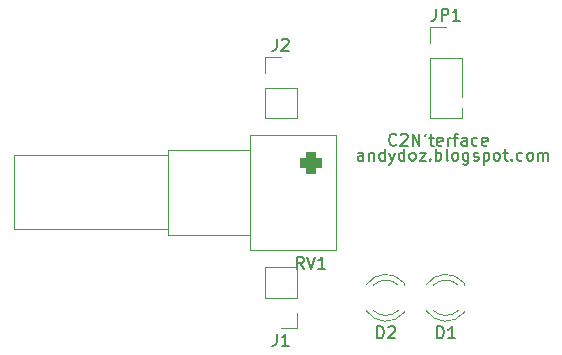
<source format=gbr>
%TF.GenerationSoftware,KiCad,Pcbnew,(6.0.6)*%
%TF.CreationDate,2022-08-05T15:31:58+01:00*%
%TF.ProjectId,c64 tape interface,63363420-7461-4706-9520-696e74657266,rev?*%
%TF.SameCoordinates,Original*%
%TF.FileFunction,Legend,Top*%
%TF.FilePolarity,Positive*%
%FSLAX46Y46*%
G04 Gerber Fmt 4.6, Leading zero omitted, Abs format (unit mm)*
G04 Created by KiCad (PCBNEW (6.0.6)) date 2022-08-05 15:31:58*
%MOMM*%
%LPD*%
G01*
G04 APERTURE LIST*
G04 Aperture macros list*
%AMRoundRect*
0 Rectangle with rounded corners*
0 $1 Rounding radius*
0 $2 $3 $4 $5 $6 $7 $8 $9 X,Y pos of 4 corners*
0 Add a 4 corners polygon primitive as box body*
4,1,4,$2,$3,$4,$5,$6,$7,$8,$9,$2,$3,0*
0 Add four circle primitives for the rounded corners*
1,1,$1+$1,$2,$3*
1,1,$1+$1,$4,$5*
1,1,$1+$1,$6,$7*
1,1,$1+$1,$8,$9*
0 Add four rect primitives between the rounded corners*
20,1,$1+$1,$2,$3,$4,$5,0*
20,1,$1+$1,$4,$5,$6,$7,0*
20,1,$1+$1,$6,$7,$8,$9,0*
20,1,$1+$1,$8,$9,$2,$3,0*%
G04 Aperture macros list end*
%ADD10C,0.150000*%
%ADD11C,0.120000*%
%ADD12R,1.700000X1.700000*%
%ADD13O,1.700000X1.700000*%
%ADD14R,1.800000X1.800000*%
%ADD15C,1.800000*%
%ADD16RoundRect,0.450000X0.450000X0.450000X-0.450000X0.450000X-0.450000X-0.450000X0.450000X-0.450000X0*%
%ADD17R,1.350000X1.350000*%
%ADD18O,1.350000X1.350000*%
%ADD19C,0.800000*%
G04 APERTURE END LIST*
D10*
X120277380Y-51792142D02*
X120229761Y-51839761D01*
X120086904Y-51887380D01*
X119991666Y-51887380D01*
X119848809Y-51839761D01*
X119753571Y-51744523D01*
X119705952Y-51649285D01*
X119658333Y-51458809D01*
X119658333Y-51315952D01*
X119705952Y-51125476D01*
X119753571Y-51030238D01*
X119848809Y-50935000D01*
X119991666Y-50887380D01*
X120086904Y-50887380D01*
X120229761Y-50935000D01*
X120277380Y-50982619D01*
X120658333Y-50982619D02*
X120705952Y-50935000D01*
X120801190Y-50887380D01*
X121039285Y-50887380D01*
X121134523Y-50935000D01*
X121182142Y-50982619D01*
X121229761Y-51077857D01*
X121229761Y-51173095D01*
X121182142Y-51315952D01*
X120610714Y-51887380D01*
X121229761Y-51887380D01*
X121658333Y-51887380D02*
X121658333Y-50887380D01*
X122229761Y-51887380D01*
X122229761Y-50887380D01*
X122753571Y-50887380D02*
X122658333Y-51077857D01*
X123039285Y-51220714D02*
X123420238Y-51220714D01*
X123182142Y-50887380D02*
X123182142Y-51744523D01*
X123229761Y-51839761D01*
X123325000Y-51887380D01*
X123420238Y-51887380D01*
X124134523Y-51839761D02*
X124039285Y-51887380D01*
X123848809Y-51887380D01*
X123753571Y-51839761D01*
X123705952Y-51744523D01*
X123705952Y-51363571D01*
X123753571Y-51268333D01*
X123848809Y-51220714D01*
X124039285Y-51220714D01*
X124134523Y-51268333D01*
X124182142Y-51363571D01*
X124182142Y-51458809D01*
X123705952Y-51554047D01*
X124610714Y-51887380D02*
X124610714Y-51220714D01*
X124610714Y-51411190D02*
X124658333Y-51315952D01*
X124705952Y-51268333D01*
X124801190Y-51220714D01*
X124896428Y-51220714D01*
X125086904Y-51220714D02*
X125467857Y-51220714D01*
X125229761Y-51887380D02*
X125229761Y-51030238D01*
X125277380Y-50935000D01*
X125372619Y-50887380D01*
X125467857Y-50887380D01*
X126229761Y-51887380D02*
X126229761Y-51363571D01*
X126182142Y-51268333D01*
X126086904Y-51220714D01*
X125896428Y-51220714D01*
X125801190Y-51268333D01*
X126229761Y-51839761D02*
X126134523Y-51887380D01*
X125896428Y-51887380D01*
X125801190Y-51839761D01*
X125753571Y-51744523D01*
X125753571Y-51649285D01*
X125801190Y-51554047D01*
X125896428Y-51506428D01*
X126134523Y-51506428D01*
X126229761Y-51458809D01*
X127134523Y-51839761D02*
X127039285Y-51887380D01*
X126848809Y-51887380D01*
X126753571Y-51839761D01*
X126705952Y-51792142D01*
X126658333Y-51696904D01*
X126658333Y-51411190D01*
X126705952Y-51315952D01*
X126753571Y-51268333D01*
X126848809Y-51220714D01*
X127039285Y-51220714D01*
X127134523Y-51268333D01*
X127944047Y-51839761D02*
X127848809Y-51887380D01*
X127658333Y-51887380D01*
X127563095Y-51839761D01*
X127515476Y-51744523D01*
X127515476Y-51363571D01*
X127563095Y-51268333D01*
X127658333Y-51220714D01*
X127848809Y-51220714D01*
X127944047Y-51268333D01*
X127991666Y-51363571D01*
X127991666Y-51458809D01*
X127515476Y-51554047D01*
X117475952Y-53157380D02*
X117475952Y-52633571D01*
X117428333Y-52538333D01*
X117333095Y-52490714D01*
X117142619Y-52490714D01*
X117047380Y-52538333D01*
X117475952Y-53109761D02*
X117380714Y-53157380D01*
X117142619Y-53157380D01*
X117047380Y-53109761D01*
X116999761Y-53014523D01*
X116999761Y-52919285D01*
X117047380Y-52824047D01*
X117142619Y-52776428D01*
X117380714Y-52776428D01*
X117475952Y-52728809D01*
X117952142Y-52490714D02*
X117952142Y-53157380D01*
X117952142Y-52585952D02*
X117999761Y-52538333D01*
X118095000Y-52490714D01*
X118237857Y-52490714D01*
X118333095Y-52538333D01*
X118380714Y-52633571D01*
X118380714Y-53157380D01*
X119285476Y-53157380D02*
X119285476Y-52157380D01*
X119285476Y-53109761D02*
X119190238Y-53157380D01*
X118999761Y-53157380D01*
X118904523Y-53109761D01*
X118856904Y-53062142D01*
X118809285Y-52966904D01*
X118809285Y-52681190D01*
X118856904Y-52585952D01*
X118904523Y-52538333D01*
X118999761Y-52490714D01*
X119190238Y-52490714D01*
X119285476Y-52538333D01*
X119666428Y-52490714D02*
X119904523Y-53157380D01*
X120142619Y-52490714D02*
X119904523Y-53157380D01*
X119809285Y-53395476D01*
X119761666Y-53443095D01*
X119666428Y-53490714D01*
X120952142Y-53157380D02*
X120952142Y-52157380D01*
X120952142Y-53109761D02*
X120856904Y-53157380D01*
X120666428Y-53157380D01*
X120571190Y-53109761D01*
X120523571Y-53062142D01*
X120475952Y-52966904D01*
X120475952Y-52681190D01*
X120523571Y-52585952D01*
X120571190Y-52538333D01*
X120666428Y-52490714D01*
X120856904Y-52490714D01*
X120952142Y-52538333D01*
X121571190Y-53157380D02*
X121475952Y-53109761D01*
X121428333Y-53062142D01*
X121380714Y-52966904D01*
X121380714Y-52681190D01*
X121428333Y-52585952D01*
X121475952Y-52538333D01*
X121571190Y-52490714D01*
X121714047Y-52490714D01*
X121809285Y-52538333D01*
X121856904Y-52585952D01*
X121904523Y-52681190D01*
X121904523Y-52966904D01*
X121856904Y-53062142D01*
X121809285Y-53109761D01*
X121714047Y-53157380D01*
X121571190Y-53157380D01*
X122237857Y-52490714D02*
X122761666Y-52490714D01*
X122237857Y-53157380D01*
X122761666Y-53157380D01*
X123142619Y-53062142D02*
X123190238Y-53109761D01*
X123142619Y-53157380D01*
X123095000Y-53109761D01*
X123142619Y-53062142D01*
X123142619Y-53157380D01*
X123618809Y-53157380D02*
X123618809Y-52157380D01*
X123618809Y-52538333D02*
X123714047Y-52490714D01*
X123904523Y-52490714D01*
X123999761Y-52538333D01*
X124047380Y-52585952D01*
X124095000Y-52681190D01*
X124095000Y-52966904D01*
X124047380Y-53062142D01*
X123999761Y-53109761D01*
X123904523Y-53157380D01*
X123714047Y-53157380D01*
X123618809Y-53109761D01*
X124666428Y-53157380D02*
X124571190Y-53109761D01*
X124523571Y-53014523D01*
X124523571Y-52157380D01*
X125190238Y-53157380D02*
X125095000Y-53109761D01*
X125047380Y-53062142D01*
X124999761Y-52966904D01*
X124999761Y-52681190D01*
X125047380Y-52585952D01*
X125095000Y-52538333D01*
X125190238Y-52490714D01*
X125333095Y-52490714D01*
X125428333Y-52538333D01*
X125475952Y-52585952D01*
X125523571Y-52681190D01*
X125523571Y-52966904D01*
X125475952Y-53062142D01*
X125428333Y-53109761D01*
X125333095Y-53157380D01*
X125190238Y-53157380D01*
X126380714Y-52490714D02*
X126380714Y-53300238D01*
X126333095Y-53395476D01*
X126285476Y-53443095D01*
X126190238Y-53490714D01*
X126047380Y-53490714D01*
X125952142Y-53443095D01*
X126380714Y-53109761D02*
X126285476Y-53157380D01*
X126095000Y-53157380D01*
X125999761Y-53109761D01*
X125952142Y-53062142D01*
X125904523Y-52966904D01*
X125904523Y-52681190D01*
X125952142Y-52585952D01*
X125999761Y-52538333D01*
X126095000Y-52490714D01*
X126285476Y-52490714D01*
X126380714Y-52538333D01*
X126809285Y-53109761D02*
X126904523Y-53157380D01*
X127095000Y-53157380D01*
X127190238Y-53109761D01*
X127237857Y-53014523D01*
X127237857Y-52966904D01*
X127190238Y-52871666D01*
X127095000Y-52824047D01*
X126952142Y-52824047D01*
X126856904Y-52776428D01*
X126809285Y-52681190D01*
X126809285Y-52633571D01*
X126856904Y-52538333D01*
X126952142Y-52490714D01*
X127095000Y-52490714D01*
X127190238Y-52538333D01*
X127666428Y-52490714D02*
X127666428Y-53490714D01*
X127666428Y-52538333D02*
X127761666Y-52490714D01*
X127952142Y-52490714D01*
X128047380Y-52538333D01*
X128095000Y-52585952D01*
X128142619Y-52681190D01*
X128142619Y-52966904D01*
X128095000Y-53062142D01*
X128047380Y-53109761D01*
X127952142Y-53157380D01*
X127761666Y-53157380D01*
X127666428Y-53109761D01*
X128714047Y-53157380D02*
X128618809Y-53109761D01*
X128571190Y-53062142D01*
X128523571Y-52966904D01*
X128523571Y-52681190D01*
X128571190Y-52585952D01*
X128618809Y-52538333D01*
X128714047Y-52490714D01*
X128856904Y-52490714D01*
X128952142Y-52538333D01*
X128999761Y-52585952D01*
X129047380Y-52681190D01*
X129047380Y-52966904D01*
X128999761Y-53062142D01*
X128952142Y-53109761D01*
X128856904Y-53157380D01*
X128714047Y-53157380D01*
X129333095Y-52490714D02*
X129714047Y-52490714D01*
X129475952Y-52157380D02*
X129475952Y-53014523D01*
X129523571Y-53109761D01*
X129618809Y-53157380D01*
X129714047Y-53157380D01*
X130047380Y-53062142D02*
X130095000Y-53109761D01*
X130047380Y-53157380D01*
X129999761Y-53109761D01*
X130047380Y-53062142D01*
X130047380Y-53157380D01*
X130952142Y-53109761D02*
X130856904Y-53157380D01*
X130666428Y-53157380D01*
X130571190Y-53109761D01*
X130523571Y-53062142D01*
X130475952Y-52966904D01*
X130475952Y-52681190D01*
X130523571Y-52585952D01*
X130571190Y-52538333D01*
X130666428Y-52490714D01*
X130856904Y-52490714D01*
X130952142Y-52538333D01*
X131523571Y-53157380D02*
X131428333Y-53109761D01*
X131380714Y-53062142D01*
X131333095Y-52966904D01*
X131333095Y-52681190D01*
X131380714Y-52585952D01*
X131428333Y-52538333D01*
X131523571Y-52490714D01*
X131666428Y-52490714D01*
X131761666Y-52538333D01*
X131809285Y-52585952D01*
X131856904Y-52681190D01*
X131856904Y-52966904D01*
X131809285Y-53062142D01*
X131761666Y-53109761D01*
X131666428Y-53157380D01*
X131523571Y-53157380D01*
X132285476Y-53157380D02*
X132285476Y-52490714D01*
X132285476Y-52585952D02*
X132333095Y-52538333D01*
X132428333Y-52490714D01*
X132571190Y-52490714D01*
X132666428Y-52538333D01*
X132714047Y-52633571D01*
X132714047Y-53157380D01*
X132714047Y-52633571D02*
X132761666Y-52538333D01*
X132856904Y-52490714D01*
X132999761Y-52490714D01*
X133095000Y-52538333D01*
X133142619Y-52633571D01*
X133142619Y-53157380D01*
%TO.C,JP1*%
X123626666Y-40302380D02*
X123626666Y-41016666D01*
X123579047Y-41159523D01*
X123483809Y-41254761D01*
X123340952Y-41302380D01*
X123245714Y-41302380D01*
X124102857Y-41302380D02*
X124102857Y-40302380D01*
X124483809Y-40302380D01*
X124579047Y-40350000D01*
X124626666Y-40397619D01*
X124674285Y-40492857D01*
X124674285Y-40635714D01*
X124626666Y-40730952D01*
X124579047Y-40778571D01*
X124483809Y-40826190D01*
X124102857Y-40826190D01*
X125626666Y-41302380D02*
X125055238Y-41302380D01*
X125340952Y-41302380D02*
X125340952Y-40302380D01*
X125245714Y-40445238D01*
X125150476Y-40540476D01*
X125055238Y-40588095D01*
%TO.C,D1*%
X123721904Y-68182380D02*
X123721904Y-67182380D01*
X123960000Y-67182380D01*
X124102857Y-67230000D01*
X124198095Y-67325238D01*
X124245714Y-67420476D01*
X124293333Y-67610952D01*
X124293333Y-67753809D01*
X124245714Y-67944285D01*
X124198095Y-68039523D01*
X124102857Y-68134761D01*
X123960000Y-68182380D01*
X123721904Y-68182380D01*
X125245714Y-68182380D02*
X124674285Y-68182380D01*
X124960000Y-68182380D02*
X124960000Y-67182380D01*
X124864761Y-67325238D01*
X124769523Y-67420476D01*
X124674285Y-67468095D01*
%TO.C,J1*%
X110156666Y-67822380D02*
X110156666Y-68536666D01*
X110109047Y-68679523D01*
X110013809Y-68774761D01*
X109870952Y-68822380D01*
X109775714Y-68822380D01*
X111156666Y-68822380D02*
X110585238Y-68822380D01*
X110870952Y-68822380D02*
X110870952Y-67822380D01*
X110775714Y-67965238D01*
X110680476Y-68060476D01*
X110585238Y-68108095D01*
%TO.C,J2*%
X110156666Y-42842380D02*
X110156666Y-43556666D01*
X110109047Y-43699523D01*
X110013809Y-43794761D01*
X109870952Y-43842380D01*
X109775714Y-43842380D01*
X110585238Y-42937619D02*
X110632857Y-42890000D01*
X110728095Y-42842380D01*
X110966190Y-42842380D01*
X111061428Y-42890000D01*
X111109047Y-42937619D01*
X111156666Y-43032857D01*
X111156666Y-43128095D01*
X111109047Y-43270952D01*
X110537619Y-43842380D01*
X111156666Y-43842380D01*
%TO.C,RV1*%
X112434761Y-62292380D02*
X112101428Y-61816190D01*
X111863333Y-62292380D02*
X111863333Y-61292380D01*
X112244285Y-61292380D01*
X112339523Y-61340000D01*
X112387142Y-61387619D01*
X112434761Y-61482857D01*
X112434761Y-61625714D01*
X112387142Y-61720952D01*
X112339523Y-61768571D01*
X112244285Y-61816190D01*
X111863333Y-61816190D01*
X112720476Y-61292380D02*
X113053809Y-62292380D01*
X113387142Y-61292380D01*
X114244285Y-62292380D02*
X113672857Y-62292380D01*
X113958571Y-62292380D02*
X113958571Y-61292380D01*
X113863333Y-61435238D01*
X113768095Y-61530476D01*
X113672857Y-61578095D01*
%TO.C,D2*%
X118641904Y-68182380D02*
X118641904Y-67182380D01*
X118880000Y-67182380D01*
X119022857Y-67230000D01*
X119118095Y-67325238D01*
X119165714Y-67420476D01*
X119213333Y-67610952D01*
X119213333Y-67753809D01*
X119165714Y-67944285D01*
X119118095Y-68039523D01*
X119022857Y-68134761D01*
X118880000Y-68182380D01*
X118641904Y-68182380D01*
X119594285Y-67277619D02*
X119641904Y-67230000D01*
X119737142Y-67182380D01*
X119975238Y-67182380D01*
X120070476Y-67230000D01*
X120118095Y-67277619D01*
X120165714Y-67372857D01*
X120165714Y-67468095D01*
X120118095Y-67610952D01*
X119546666Y-68182380D01*
X120165714Y-68182380D01*
D11*
%TO.C,JP1*%
X123130000Y-44450000D02*
X125790000Y-44450000D01*
X125790000Y-44450000D02*
X125790000Y-49590000D01*
X123130000Y-43180000D02*
X123130000Y-41850000D01*
X123130000Y-49590000D02*
X125790000Y-49590000D01*
X123130000Y-44450000D02*
X123130000Y-49590000D01*
X123130000Y-41850000D02*
X124460000Y-41850000D01*
%TO.C,D1*%
X126020000Y-63690000D02*
X126020000Y-63534000D01*
X126020000Y-66006000D02*
X126020000Y-65850000D01*
X125500961Y-63690000D02*
G75*
G03*
X123418870Y-63690163I-1040961J-1080000D01*
G01*
X122787665Y-65848608D02*
G75*
G03*
X126020000Y-66005516I1672335J1078608D01*
G01*
X126020000Y-63534484D02*
G75*
G03*
X122787665Y-63691392I-1560000J-1235516D01*
G01*
X123418870Y-65849837D02*
G75*
G03*
X125500961Y-65850000I1041130J1079837D01*
G01*
%TO.C,J1*%
X111820000Y-67370000D02*
X110490000Y-67370000D01*
X111820000Y-64770000D02*
X111820000Y-62170000D01*
X109160000Y-64770000D02*
X109160000Y-62170000D01*
X111820000Y-64770000D02*
X109160000Y-64770000D01*
X111820000Y-62170000D02*
X109160000Y-62170000D01*
X111820000Y-66040000D02*
X111820000Y-67370000D01*
%TO.C,J2*%
X111820000Y-46990000D02*
X111820000Y-49590000D01*
X109160000Y-44390000D02*
X110490000Y-44390000D01*
X109160000Y-46990000D02*
X109160000Y-49590000D01*
X109160000Y-45720000D02*
X109160000Y-44390000D01*
X109160000Y-46990000D02*
X111820000Y-46990000D01*
X109160000Y-49590000D02*
X111820000Y-49590000D01*
%TO.C,RV1*%
X115205000Y-50970000D02*
X107910000Y-50970000D01*
X107910000Y-59460000D02*
X100910000Y-59460000D01*
X100910000Y-59460000D02*
X100910000Y-52220000D01*
X87910000Y-58960000D02*
X87910000Y-52720000D01*
X115205000Y-60710000D02*
X115205000Y-50970000D01*
X115205000Y-60710000D02*
X107910000Y-60710000D01*
X100910000Y-58960000D02*
X87910000Y-58960000D01*
X100910000Y-52720000D02*
X87910000Y-52720000D01*
X107910000Y-60710000D02*
X107910000Y-50970000D01*
X107910000Y-52220000D02*
X100910000Y-52220000D01*
%TO.C,D2*%
X120940000Y-63690000D02*
X120940000Y-63534000D01*
X120940000Y-66006000D02*
X120940000Y-65850000D01*
X120420961Y-63690000D02*
G75*
G03*
X118338870Y-63690163I-1040961J-1080000D01*
G01*
X117707665Y-65848608D02*
G75*
G03*
X120940000Y-66005516I1672335J1078608D01*
G01*
X118338870Y-65849837D02*
G75*
G03*
X120420961Y-65850000I1041130J1079837D01*
G01*
X120940000Y-63534484D02*
G75*
G03*
X117707665Y-63691392I-1560000J-1235516D01*
G01*
%TD*%
%LPC*%
D12*
%TO.C,JP1*%
X124460000Y-43180000D03*
D13*
X124460000Y-45720000D03*
X124460000Y-48260000D03*
%TD*%
D14*
%TO.C,D1*%
X125730000Y-64770000D03*
D15*
X123190000Y-64770000D03*
%TD*%
D12*
%TO.C,J1*%
X110490000Y-66040000D03*
D13*
X110490000Y-63500000D03*
%TD*%
D12*
%TO.C,J2*%
X110490000Y-45720000D03*
D13*
X110490000Y-48260000D03*
%TD*%
D16*
%TO.C,RV1*%
X113030000Y-53340000D03*
D15*
X113030000Y-55840000D03*
X113030000Y-58340000D03*
%TD*%
D14*
%TO.C,D2*%
X120650000Y-64770000D03*
D15*
X118110000Y-64770000D03*
%TD*%
D17*
%TO.C,J3*%
X140970000Y-44610000D03*
D18*
X140970000Y-46610000D03*
X140970000Y-48610000D03*
X140970000Y-50610000D03*
X140970000Y-52610000D03*
X140970000Y-54610000D03*
X140970000Y-56610000D03*
X140970000Y-58610000D03*
X140970000Y-60610000D03*
X140970000Y-62610000D03*
X140970000Y-64610000D03*
%TD*%
D19*
X123190000Y-58420000D03*
X135255000Y-64135000D03*
X135165500Y-53975000D03*
X109855000Y-42545000D03*
X125909503Y-48260000D03*
X135890000Y-43180000D03*
X117475000Y-57785000D03*
X109855000Y-55880000D03*
X128270000Y-59690000D03*
X137160000Y-50800000D03*
X137121076Y-53301076D03*
X130810000Y-48260000D03*
X135851076Y-49568924D03*
X135890000Y-58420000D03*
M02*

</source>
